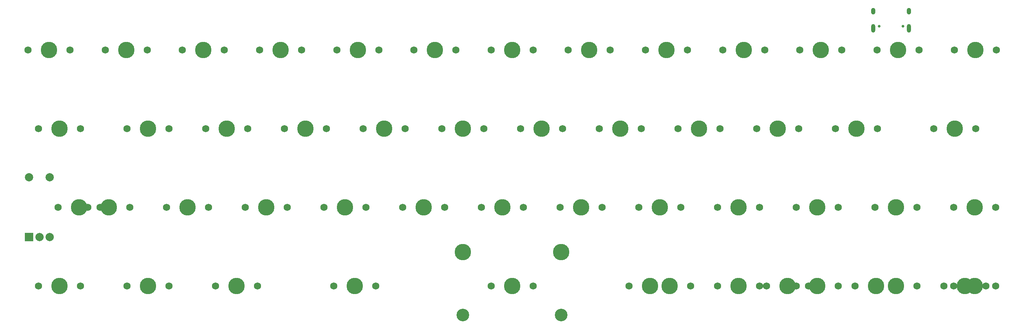
<source format=gbr>
G04 #@! TF.GenerationSoftware,KiCad,Pcbnew,(6.0.10-0)*
G04 #@! TF.CreationDate,2023-10-07T14:40:08-04:00*
G04 #@! TF.ProjectId,minibaen r2,6d696e69-6261-4656-9e20-72322e6b6963,rev?*
G04 #@! TF.SameCoordinates,Original*
G04 #@! TF.FileFunction,Soldermask,Top*
G04 #@! TF.FilePolarity,Negative*
%FSLAX46Y46*%
G04 Gerber Fmt 4.6, Leading zero omitted, Abs format (unit mm)*
G04 Created by KiCad (PCBNEW (6.0.10-0)) date 2023-10-07 14:40:08*
%MOMM*%
%LPD*%
G01*
G04 APERTURE LIST*
%ADD10C,3.987800*%
%ADD11C,1.750000*%
%ADD12R,2.000000X2.000000*%
%ADD13C,2.000000*%
%ADD14C,3.048000*%
%ADD15C,0.650000*%
%ADD16O,1.000000X1.600000*%
%ADD17O,1.000000X2.100000*%
G04 APERTURE END LIST*
D10*
X116627750Y-43656218D03*
D11*
X121707750Y-43656218D03*
X111547750Y-43656218D03*
X46987750Y-43656218D03*
D10*
X41907750Y-43656218D03*
D11*
X36827750Y-43656218D03*
X184626250Y-81756250D03*
D10*
X189706250Y-81756250D03*
D11*
X194786250Y-81756250D03*
D12*
X37093750Y-88962500D03*
D13*
X42093750Y-88962500D03*
X39593750Y-88962500D03*
X42093750Y-74462500D03*
X37093750Y-74462500D03*
D11*
X82232500Y-100806218D03*
D10*
X87312500Y-100806218D03*
D11*
X92392500Y-100806218D03*
X49530000Y-100806218D03*
X39370000Y-100806218D03*
D10*
X44450000Y-100806218D03*
D11*
X213836250Y-81756218D03*
D10*
X208756250Y-81756218D03*
D11*
X203676250Y-81756218D03*
X99536250Y-81756218D03*
X89376250Y-81756218D03*
D10*
X94456250Y-81756218D03*
D11*
X70961250Y-62706250D03*
D10*
X65881250Y-62706250D03*
D11*
X60801250Y-62706250D03*
X185261250Y-62706250D03*
D10*
X180181250Y-62706250D03*
D11*
X175101250Y-62706250D03*
D10*
X228707750Y-43656218D03*
D11*
X233787750Y-43656218D03*
X223627750Y-43656218D03*
X159067750Y-43656218D03*
D10*
X153987750Y-43656218D03*
D11*
X148907750Y-43656218D03*
D10*
X135307750Y-43656218D03*
D11*
X130227750Y-43656218D03*
X140387750Y-43656218D03*
X54292500Y-81756218D03*
X44132500Y-81756218D03*
D10*
X49212500Y-81756218D03*
D11*
X55507750Y-43656218D03*
D10*
X60587750Y-43656218D03*
D11*
X65667750Y-43656218D03*
D10*
X142081250Y-62706250D03*
D11*
X147161250Y-62706250D03*
X137001250Y-62706250D03*
X182245000Y-100806250D03*
D10*
X187325000Y-100806250D03*
D11*
X192405000Y-100806250D03*
X61436250Y-81756250D03*
D10*
X56356250Y-81756250D03*
D11*
X51276250Y-81756250D03*
D10*
X265906250Y-100806250D03*
D11*
X260826250Y-100806250D03*
X270986250Y-100806250D03*
X258445000Y-100806218D03*
X268605000Y-100806218D03*
D10*
X263525000Y-100806218D03*
D11*
X197167500Y-100806250D03*
D10*
X192087500Y-100806250D03*
D11*
X187007500Y-100806250D03*
X223361250Y-62706218D03*
X213201250Y-62706218D03*
D10*
X218281250Y-62706218D03*
X151606250Y-81756218D03*
D11*
X156686250Y-81756218D03*
X146526250Y-81756218D03*
X270986250Y-81756250D03*
X260826250Y-81756250D03*
D10*
X265906250Y-81756250D03*
X161131250Y-62706250D03*
D11*
X156051250Y-62706250D03*
X166211250Y-62706250D03*
X242307750Y-43656218D03*
X252467750Y-43656218D03*
D10*
X247387750Y-43656218D03*
X246856250Y-100806250D03*
D11*
X251936250Y-100806250D03*
X241776250Y-100806250D03*
X222726250Y-100806250D03*
X232886250Y-100806250D03*
D10*
X227806250Y-100806250D03*
D11*
X204311250Y-62706250D03*
X194151250Y-62706250D03*
D10*
X199231250Y-62706250D03*
D11*
X109061250Y-62706250D03*
X98901250Y-62706250D03*
D10*
X103981250Y-62706250D03*
X113506250Y-81756218D03*
D11*
X108426250Y-81756218D03*
X118586250Y-81756218D03*
D10*
X65881250Y-100806218D03*
D11*
X60801250Y-100806218D03*
X70961250Y-100806218D03*
X196427750Y-43656218D03*
D10*
X191347750Y-43656218D03*
D11*
X186267750Y-43656218D03*
D10*
X242093750Y-100806250D03*
D11*
X237013750Y-100806250D03*
X247173750Y-100806250D03*
X213836250Y-100806250D03*
X203676250Y-100806250D03*
D10*
X208756250Y-100806250D03*
X210027750Y-43656218D03*
D11*
X215107750Y-43656218D03*
X204947750Y-43656218D03*
D10*
X153987500Y-100806250D03*
D14*
X165893750Y-107791250D03*
X142081250Y-107791250D03*
D11*
X159067500Y-100806250D03*
D10*
X165893750Y-92551250D03*
X142081250Y-92551250D03*
D11*
X148907500Y-100806250D03*
X177747750Y-43656218D03*
X167587750Y-43656218D03*
D10*
X172667750Y-43656218D03*
D11*
X74187750Y-43656218D03*
X84347750Y-43656218D03*
D10*
X79267750Y-43656218D03*
D11*
X127476250Y-81756218D03*
X137636250Y-81756218D03*
D10*
X132556250Y-81756218D03*
D11*
X128111250Y-62706250D03*
D10*
X123031250Y-62706250D03*
D11*
X117951250Y-62706250D03*
X92867750Y-43656218D03*
D10*
X97947750Y-43656218D03*
D11*
X103027750Y-43656218D03*
X70326250Y-81756218D03*
X80486250Y-81756218D03*
D10*
X75406250Y-81756218D03*
D11*
X241776250Y-81756250D03*
X251936250Y-81756250D03*
D10*
X246856250Y-81756250D03*
D11*
X266223750Y-62706218D03*
X256063750Y-62706218D03*
D10*
X261143750Y-62706218D03*
D11*
X232251250Y-62706250D03*
X242411250Y-62706250D03*
D10*
X237331250Y-62706250D03*
D11*
X79851250Y-62706218D03*
X90011250Y-62706218D03*
D10*
X84931250Y-62706218D03*
X170656250Y-81756250D03*
D11*
X165576250Y-81756250D03*
X175736250Y-81756250D03*
X222726250Y-81756250D03*
X232886250Y-81756250D03*
D10*
X227806250Y-81756250D03*
D11*
X39370000Y-62706250D03*
D10*
X44450000Y-62706250D03*
D11*
X49530000Y-62706250D03*
X271147750Y-43656218D03*
X260987750Y-43656218D03*
D10*
X266067750Y-43656218D03*
X115887500Y-100806250D03*
D11*
X120967500Y-100806250D03*
X110807500Y-100806250D03*
D10*
X220662500Y-100806218D03*
D11*
X215582500Y-100806218D03*
X225742500Y-100806218D03*
D15*
X248555750Y-37883718D03*
X242775750Y-37883718D03*
D16*
X249985750Y-34233718D03*
D17*
X249985750Y-38413718D03*
X241345750Y-38413718D03*
D16*
X241345750Y-34233718D03*
M02*

</source>
